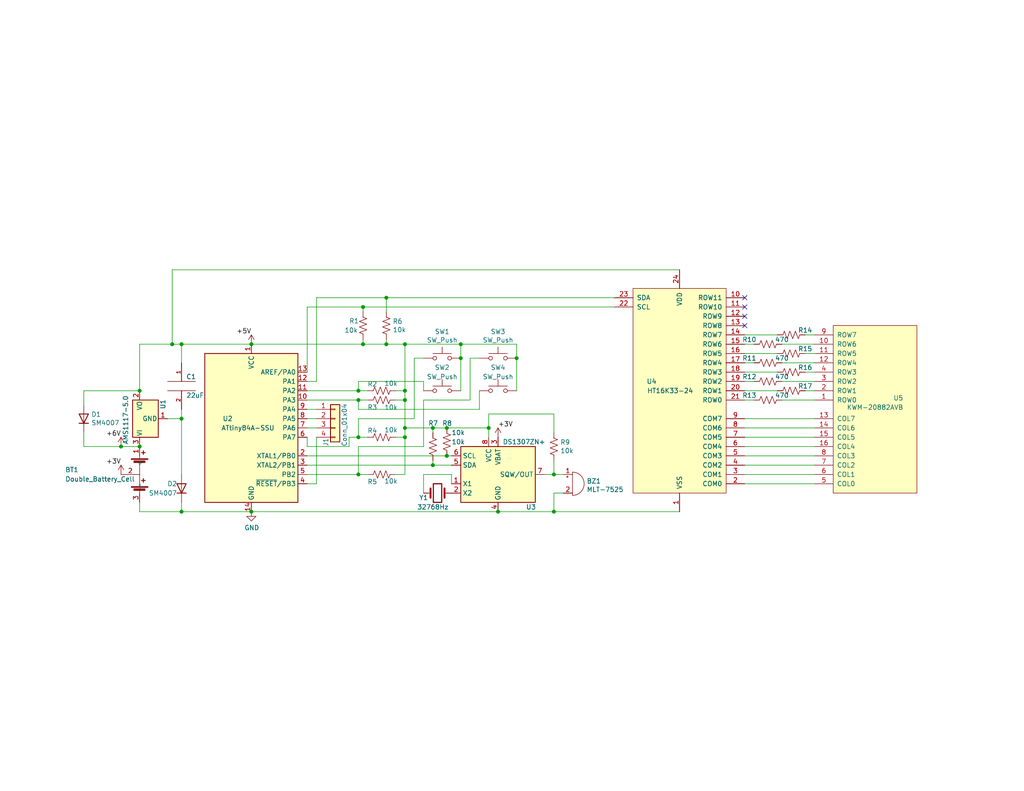
<source format=kicad_sch>
(kicad_sch (version 20211123) (generator eeschema)
  (paper "USLetter")
  (title_block (title "Not-A-Watch") (date "2021-12-26") (rev "1") (comment 1 "Not-A-Watch") (comment 2 "An 8-bit LED smartwatch") (comment 3 "By Thomas Kaldahl"))
  (lib_symbols
    (symbol "Connector_Generic:Conn_01x04" (pin_names (offset 1.016) hide)
      (property "Reference" "J" (at 0 5.08 0))
      (property "Value" "Conn_01x04" (at 0 -7.62 0))
      (symbol "Conn_01x04_1_1"
        (rectangle (start -1.27 -4.953) (end 0 -5.207) (stroke (width 0.1524)))
        (rectangle (start -1.27 -2.413) (end 0 -2.667) (stroke (width 0.1524)))
        (rectangle (start -1.27 0.127) (end 0 -0.127) (stroke (width 0.1524)))
        (rectangle (start -1.27 2.667) (end 0 2.413) (stroke (width 0.1524)))
        (rectangle (start -1.27 3.81) (end 1.27 -6.35) (stroke (width 0.254)) (fill (type background)))
        (pin passive line (at -5.08 2.54 0) (length 3.81) (name "Pin_1") (number "1"))
        (pin passive line (at -5.08 0 0) (length 3.81) (name "Pin_2") (number "2"))
        (pin passive line (at -5.08 -2.54 0) (length 3.81) (name "Pin_3") (number "3"))
        (pin passive line (at -5.08 -5.08 0) (length 3.81) (name "Pin_4") (number "4"))
      )
    )
    (symbol "Device:Buzzer" (pin_names (offset 0.0254) hide)
      (property "Reference" "BZ" (at 3.81 1.27 0))
      (property "Value" "Buzzer" (at 3.81 -1.27 0))
      (symbol "Buzzer_0_1"
        (arc (start 0 -3.175) (mid 3.175 0) (end 0 3.175))
        (polyline (pts (xy -1.651 1.905) (xy -1.143 1.905)))
        (polyline (pts (xy -1.397 2.159) (xy -1.397 1.651)))
        (polyline (pts (xy 0 3.175) (xy 0 -3.175)))
      )
      (symbol "Buzzer_1_1"
        (pin passive line (at -2.54 2.54 0) (length 2.54) (name "-") (number "1"))
        (pin passive line (at -2.54 -2.54 0) (length 2.54) (name "+") (number "2"))
      )
    )
    (symbol "Device:Crystal" (pin_numbers hide) (pin_names (offset 1.016) hide)
      (property "Reference" "Y" (at 0 3.81 0))
      (property "Value" "Crystal" (at 0 -3.81 0))
      (symbol "Crystal_0_1"
        (rectangle (start -1.143 2.54) (end 1.143 -2.54) (stroke (width 0.3048)))
        (polyline (pts (xy -2.54 0) (xy -1.905 0)))
        (polyline (pts (xy -1.905 -1.27) (xy -1.905 1.27)) (stroke (width 0.508)))
        (polyline (pts (xy 1.905 -1.27) (xy 1.905 1.27)) (stroke (width 0.508)))
        (polyline (pts (xy 2.54 0) (xy 1.905 0)))
      )
      (symbol "Crystal_1_1"
        (pin passive line (at -3.81 0 0) (length 1.27) (name "1") (number "1"))
        (pin passive line (at 3.81 0 180) (length 1.27) (name "2") (number "2"))
      )
    )
    (symbol "Device:R_US" (pin_numbers hide) (pin_names (offset 0))
      (property "Reference" "R" (at 2.54 0 90))
      (property "Value" "R_US" (at -2.54 0 90))
      (symbol "R_US_0_1"
        (polyline (pts (xy 0 -2.286) (xy 0 -2.54)))
        (polyline (pts (xy 0 2.286) (xy 0 2.54)))
        (polyline (pts (xy 0 -0.762) (xy 1.016 -1.143) (xy 0 -1.524) (xy -1.016 -1.905) (xy 0 -2.286)))
        (polyline (pts (xy 0 0.762) (xy 1.016 0.381) (xy 0 0) (xy -1.016 -0.381) (xy 0 -0.762)))
        (polyline (pts (xy 0 2.286) (xy 1.016 1.905) (xy 0 1.524) (xy -1.016 1.143) (xy 0 0.762)))
      )
      (symbol "R_US_1_1"
        (pin passive line (at 0 3.81 270) (length 1.27) (name "~") (number "1"))
        (pin passive line (at 0 -3.81 90) (length 1.27) (name "~") (number "2"))
      )
    )
    (symbol "Diode:SM4007" (pin_numbers hide) (pin_names (offset 1.016) hide)
      (property "Reference" "D" (at 0 2.54 0))
      (property "Value" "SM4007" (at 0 -2.54 0))
      (symbol "SM4007_0_1"
        (polyline (pts (xy -1.27 1.27) (xy -1.27 -1.27)) (stroke (width 0.254)))
        (polyline (pts (xy 1.27 0) (xy -1.27 0)))
        (polyline (pts (xy 1.27 1.27) (xy 1.27 -1.27) (xy -1.27 0) (xy 1.27 1.27)) (stroke (width 0.254)))
      )
      (symbol "SM4007_1_1"
        (pin passive line (at -3.81 0 0) (length 2.54) (name "K") (number "1"))
        (pin passive line (at 3.81 0 180) (length 2.54) (name "A") (number "2"))
      )
    )
    (symbol "LED_matrix:Double_Battery_Cell" (pin_names (offset 1.016))
      (property "Reference" "BT" (at 12.7 -1.27 0))
      (property "Value" "Double_Battery_Cell" (at 12.7 1.27 0))
      (symbol "Double_Battery_Cell_0_1"
        (polyline (pts (xy 0 -3.302) (xy 0 -2.54)))
        (polyline (pts (xy 0 2.54) (xy 0 -2.54)))
      )
      (symbol "Double_Battery_Cell_1_1"
        (rectangle (start -2.286 -3.302) (end 2.286 -3.556) (fill (type outline)))
        (rectangle (start -2.286 4.318) (end 2.286 4.064) (fill (type outline)))
        (rectangle (start -1.5748 -3.8862) (end 1.4732 -4.3942) (fill (type outline)))
        (rectangle (start -1.5748 3.7338) (end 1.4732 3.2258) (fill (type outline)))
        (polyline (pts (xy 0 -4.318) (xy 0 -5.08)))
        (polyline (pts (xy 0 3.302) (xy 0 2.54)))
        (polyline (pts (xy 0 4.318) (xy 0 5.08)))
        (polyline (pts (xy 0.508 -1.651) (xy 1.524 -1.651)) (stroke (width 0.254)))
        (polyline (pts (xy 0.508 5.969) (xy 1.524 5.969)) (stroke (width 0.254)))
        (polyline (pts (xy 1.016 -1.143) (xy 1.016 -2.159)) (stroke (width 0.254)))
        (polyline (pts (xy 1.016 6.477) (xy 1.016 5.461)) (stroke (width 0.254)))
        (pin passive line (at 0 7.62 270) (length 2.54) (name "+") (number "1"))
        (pin passive line (at -5.08 0 0) (length 5.08) (name "~") (number "2"))
        (pin passive line (at 0 -7.62 90) (length 2.54) (name "-") (number "3"))
      )
    )
    (symbol "LED_matrix:HT16K33-24" (pin_names (offset 1.016))
      (property "Reference" "U" (at -11.43 29.21 0))
      (property "Value" "HT16K33-24" (at 6.35 29.21 0))
      (symbol "HT16K33-24_0_1"
        (rectangle (start -12.7 -27.94) (end 12.7 27.94) (fill (type background)))
      )
      (symbol "HT16K33-24_1_1"
        (pin power_in line (at 0 -33.02 90) (length 5.08) (name "VSS") (number "1"))
        (pin output line (at 17.78 25.4 180) (length 5.08) (name "ROW11") (number "10"))
        (pin output line (at 17.78 22.86 180) (length 5.08) (name "ROW10") (number "11"))
        (pin output line (at 17.78 20.32 180) (length 5.08) (name "ROW9") (number "12"))
        (pin output line (at 17.78 17.78 180) (length 5.08) (name "ROW8") (number "13"))
        (pin output line (at 17.78 15.24 180) (length 5.08) (name "ROW7") (number "14"))
        (pin output line (at 17.78 12.7 180) (length 5.08) (name "ROW6") (number "15"))
        (pin output line (at 17.78 10.16 180) (length 5.08) (name "ROW5") (number "16"))
        (pin output line (at 17.78 7.62 180) (length 5.08) (name "ROW4") (number "17"))
        (pin output line (at 17.78 5.08 180) (length 5.08) (name "ROW3") (number "18"))
        (pin output line (at 17.78 2.54 180) (length 5.08) (name "ROW2") (number "19"))
        (pin output line (at 17.78 -25.4 180) (length 5.08) (name "COM0") (number "2"))
        (pin output line (at 17.78 0 180) (length 5.08) (name "ROW1") (number "20"))
        (pin output line (at 17.78 -2.54 180) (length 5.08) (name "ROW0") (number "21"))
        (pin bidirectional line (at -17.78 22.86 0) (length 5.08) (name "SCL") (number "22"))
        (pin bidirectional line (at -17.78 25.4 0) (length 5.08) (name "SDA") (number "23"))
        (pin power_in line (at 0 33.02 270) (length 5.08) (name "VDD") (number "24"))
        (pin output line (at 17.78 -22.86 180) (length 5.08) (name "COM1") (number "3"))
        (pin output line (at 17.78 -20.32 180) (length 5.08) (name "COM2") (number "4"))
        (pin output line (at 17.78 -17.78 180) (length 5.08) (name "COM3") (number "5"))
        (pin output line (at 17.78 -15.24 180) (length 5.08) (name "COM4") (number "6"))
        (pin output line (at 17.78 -12.7 180) (length 5.08) (name "COM5") (number "7"))
        (pin output line (at 17.78 -10.16 180) (length 5.08) (name "COM6") (number "8"))
        (pin output line (at 17.78 -7.62 180) (length 5.08) (name "COM7") (number "9"))
      )
    )
    (symbol "LED_matrix:KWM-20882AVB" (pin_names (offset 1.016))
      (property "Reference" "U" (at 0 -12.7 0))
      (property "Value" "KWM-20882AVB" (at 0 35.56 0))
      (symbol "KWM-20882AVB_0_1"
        (rectangle (start -11.43 -11.43) (end 11.43 34.29) (fill (type background)))
      )
      (symbol "KWM-20882AVB_1_1"
        (pin input line (at -16.51 13.97 0) (length 5.08) (name "ROW0") (number "1"))
        (pin input line (at -16.51 29.21 0) (length 5.08) (name "ROW6") (number "10"))
        (pin input line (at -16.51 26.67 0) (length 5.08) (name "ROW5") (number "11"))
        (pin input line (at -16.51 24.13 0) (length 5.08) (name "ROW4") (number "12"))
        (pin input line (at -16.51 8.89 0) (length 5.08) (name "COL7") (number "13"))
        (pin input line (at -16.51 6.35 0) (length 5.08) (name "COL6") (number "14"))
        (pin input line (at -16.51 3.81 0) (length 5.08) (name "COL5") (number "15"))
        (pin input line (at -16.51 1.27 0) (length 5.08) (name "COL4") (number "16"))
        (pin input line (at -16.51 16.51 0) (length 5.08) (name "ROW1") (number "2"))
        (pin input line (at -16.51 19.05 0) (length 5.08) (name "ROW2") (number "3"))
        (pin input line (at -16.51 21.59 0) (length 5.08) (name "ROW3") (number "4"))
        (pin input line (at -16.51 -8.89 0) (length 5.08) (name "COL0") (number "5"))
        (pin input line (at -16.51 -6.35 0) (length 5.08) (name "COL1") (number "6"))
        (pin input line (at -16.51 -3.81 0) (length 5.08) (name "COL2") (number "7"))
        (pin input line (at -16.51 -1.27 0) (length 5.08) (name "COL3") (number "8"))
        (pin input line (at -16.51 31.75 0) (length 5.08) (name "ROW7") (number "9"))
      )
    )
    (symbol "MCU_Microchip_ATtiny:ATtiny84A-SSU"
      (property "Reference" "U" (at -12.7 21.59 0))
      (property "Value" "MCU_Microchip_ATtiny_ATtiny84A-SSU" (at 2.54 -21.59 0))
      (symbol "ATtiny84A-SSU_0_1"
        (rectangle (start -12.7 -20.32) (end 12.7 20.32) (stroke (width 0.254)) (fill (type background)))
      )
      (symbol "ATtiny84A-SSU_1_1"
        (pin power_in line (at 0 22.86 270) (length 2.54) (name "VCC") (number "1"))
        (pin bidirectional line (at 15.24 7.62 180) (length 2.54) (name "PA3") (number "10"))
        (pin bidirectional line (at 15.24 10.16 180) (length 2.54) (name "PA2") (number "11"))
        (pin bidirectional line (at 15.24 12.7 180) (length 2.54) (name "PA1") (number "12"))
        (pin bidirectional line (at 15.24 15.24 180) (length 2.54) (name "AREF/PA0") (number "13"))
        (pin power_in line (at 0 -22.86 90) (length 2.54) (name "GND") (number "14"))
        (pin bidirectional line (at 15.24 -7.62 180) (length 2.54) (name "XTAL1/PB0") (number "2"))
        (pin bidirectional line (at 15.24 -10.16 180) (length 2.54) (name "XTAL2/PB1") (number "3"))
        (pin bidirectional line (at 15.24 -15.24 180) (length 2.54) (name "~{RESET}/PB3") (number "4"))
        (pin bidirectional line (at 15.24 -12.7 180) (length 2.54) (name "PB2") (number "5"))
        (pin bidirectional line (at 15.24 -2.54 180) (length 2.54) (name "PA7") (number "6"))
        (pin bidirectional line (at 15.24 0 180) (length 2.54) (name "PA6") (number "7"))
        (pin bidirectional line (at 15.24 2.54 180) (length 2.54) (name "PA5") (number "8"))
        (pin bidirectional line (at 15.24 5.08 180) (length 2.54) (name "PA4") (number "9"))
      )
    )
    (symbol "Regulator_Linear:AMS1117-5.0" (pin_names (offset 0.254))
      (property "Reference" "U" (at -3.81 3.175 0))
      (property "Value" "AMS1117-5.0" (at 0 3.175 0))
      (symbol "AMS1117-5.0_0_1"
        (rectangle (start -5.08 -5.08) (end 5.08 1.905) (stroke (width 0.254)) (fill (type background)))
      )
      (symbol "AMS1117-5.0_1_1"
        (pin power_in line (at 0 -7.62 90) (length 2.54) (name "GND") (number "1"))
        (pin power_out line (at 7.62 0 180) (length 2.54) (name "VO") (number "2"))
        (pin power_in line (at -7.62 0 0) (length 2.54) (name "VI") (number "3"))
      )
    )
    (symbol "Switch:SW_Push" (pin_numbers hide) (pin_names (offset 1.016) hide)
      (property "Reference" "SW" (at 1.27 2.54 0))
      (property "Value" "SW_Push" (at 0 -1.524 0))
      (symbol "SW_Push_0_1"
        (circle (center -2.032 0) (radius 0.508))
        (polyline (pts (xy 0 1.27) (xy 0 3.048)))
        (polyline (pts (xy 2.54 1.27) (xy -2.54 1.27)))
        (circle (center 2.032 0) (radius 0.508))
        (pin passive line (at -5.08 0 0) (length 2.54) (name "1") (number "1"))
        (pin passive line (at 5.08 0 180) (length 2.54) (name "2") (number "2"))
      )
    )
    (symbol "Timer_RTC:DS1307ZN+"
      (property "Reference" "U" (at -8.89 8.89 0))
      (property "Value" "DS1307ZN+" (at 1.27 8.89 0))
      (symbol "DS1307ZN+_0_1"
        (rectangle (start -10.16 7.62) (end 10.16 -7.62) (stroke (width 0.254)) (fill (type background)))
      )
      (symbol "DS1307ZN+_1_1"
        (pin input line (at -12.7 -2.54 0) (length 2.54) (name "X1") (number "1"))
        (pin input line (at -12.7 -5.08 0) (length 2.54) (name "X2") (number "2"))
        (pin power_in line (at 0 10.16 270) (length 2.54) (name "VBAT") (number "3"))
        (pin power_in line (at 0 -10.16 90) (length 2.54) (name "GND") (number "4"))
        (pin bidirectional line (at -12.7 2.54 0) (length 2.54) (name "SDA") (number "5"))
        (pin input line (at -12.7 5.08 0) (length 2.54) (name "SCL") (number "6"))
        (pin open_collector line (at 12.7 0 180) (length 2.54) (name "SQW/OUT") (number "7"))
        (pin power_in line (at -2.54 10.16 270) (length 2.54) (name "VCC") (number "8"))
      )
    )
    (symbol "power:+3.3V" (power) (pin_names (offset 0))
      (property "Value" "+3.3V" (at 0 3.556 0))
      (symbol "+3.3V_0_1"
        (polyline (pts (xy -0.762 1.27) (xy 0 2.54)))
        (polyline (pts (xy 0 0) (xy 0 2.54)))
        (polyline (pts (xy 0 2.54) (xy 0.762 1.27)))
      )
      (symbol "+3.3V_1_1"
        (pin power_in line (at 0 0 90) (length 0) hide (name "+3V3") (number "1"))
      )
    )
    (symbol "power:+5V" (power) (pin_names (offset 0))
      (property "Value" "+5V" (at 0 3.556 0))
      (symbol "+5V_0_1"
        (polyline (pts (xy -0.762 1.27) (xy 0 2.54)))
        (polyline (pts (xy 0 0) (xy 0 2.54)))
        (polyline (pts (xy 0 2.54) (xy 0.762 1.27)))
      )
      (symbol "+5V_1_1"
        (pin power_in line (at 0 0 90) (length 0) hide (name "+5V") (number "1"))
      )
    )
    (symbol "power:+BATT" (power) (pin_names (offset 0))
      (property "Value" "+BATT" (at 0 3.556 0))
      (symbol "+BATT_0_1"
        (polyline (pts (xy -0.762 1.27) (xy 0 2.54)))
        (polyline (pts (xy 0 0) (xy 0 2.54)))
        (polyline (pts (xy 0 2.54) (xy 0.762 1.27)))
      )
      (symbol "+BATT_1_1"
        (pin power_in line (at 0 0 90) (length 0) hide (name "+BATT") (number "1"))
      )
    )
    (symbol "power:GND" (power) (pin_names (offset 0))
      (property "Value" "GND" (at 0 -3.81 0))
      (symbol "GND_0_1"
        (polyline (pts (xy 0 0) (xy 0 -1.27) (xy 1.27 -1.27) (xy 0 -2.54) (xy -1.27 -1.27) (xy 0 -1.27)))
      )
      (symbol "GND_1_1"
        (pin power_in line (at 0 0 270) (length 0) hide (name "GND") (number "1"))
      )
    )
    (symbol "pspice:C" (pin_names (offset 0.254))
      (property "Reference" "C" (at 2.54 3.81 90))
      (property "Value" "C" (at 2.54 -3.81 90))
      (symbol "C_0_1"
        (polyline (pts (xy -3.81 -1.27) (xy 3.81 -1.27)))
        (polyline (pts (xy -3.81 1.27) (xy 3.81 1.27)))
      )
      (symbol "C_1_1"
        (pin passive line (at 0 6.35 270) (length 5.08) (name "~") (number "1"))
        (pin passive line (at 0 -6.35 90) (length 5.08) (name "~") (number "2"))
      )
    )
  )
  (junction (at 38.1 106.68))
  (junction (at 68.58 93.98))
  (junction (at 97.79 106.68))
  (junction (at 99.06 83.82))
  (junction (at 97.79 109.22))
  (junction (at 97.79 119.38))
  (junction (at 38.1 121.92))
  (junction (at 121.92 124.46))
  (junction (at 46.99 93.98))
  (junction (at 151.13 129.54))
  (junction (at 121.92 116.84))
  (junction (at 110.49 109.22))
  (junction (at 110.49 119.38))
  (junction (at 125.73 93.98))
  (junction (at 118.11 127))
  (junction (at 105.41 93.98))
  (junction (at 49.53 114.3))
  (junction (at 99.06 93.98))
  (junction (at 125.73 97.79))
  (junction (at 110.49 106.68))
  (junction (at 33.02 121.92))
  (junction (at 135.89 139.7))
  (junction (at 110.49 116.84))
  (junction (at 49.53 93.98))
  (junction (at 105.41 81.28))
  (junction (at 118.11 116.84))
  (junction (at 140.97 97.79))
  (junction (at 49.53 139.7))
  (junction (at 110.49 93.98))
  (junction (at 133.35 116.84))
  (junction (at 151.13 139.7))
  (junction (at 97.79 129.54))
  (junction (at 68.58 139.7))
  (no_connect (at 203.2 86.36))
  (no_connect (at 203.2 83.82))
  (no_connect (at 203.2 81.28))
  (no_connect (at 203.2 88.9))
  (wire (pts (xy 97.79 106.68) (xy 100.33 106.68)))
  (wire (pts (xy 222.25 127) (xy 203.2 127)))
  (wire (pts (xy 22.86 118.11) (xy 22.86 121.92)))
  (wire (pts (xy 105.41 93.98) (xy 110.49 93.98)))
  (wire (pts (xy 83.82 121.92) (xy 83.82 119.38)))
  (wire (pts (xy 49.53 93.98) (xy 68.58 93.98)))
  (wire (pts (xy 205.74 109.22) (xy 203.2 109.22)))
  (wire (pts (xy 22.86 106.68) (xy 38.1 106.68)))
  (wire (pts (xy 83.82 129.54) (xy 97.79 129.54)))
  (wire (pts (xy 97.79 119.38) (xy 97.79 114.3)))
  (wire (pts (xy 83.82 114.3) (xy 86.36 114.3)))
  (wire (pts (xy 110.49 116.84) (xy 118.11 116.84)))
  (wire (pts (xy 49.53 111.76) (xy 49.53 114.3)))
  (wire (pts (xy 135.89 139.7) (xy 151.13 139.7)))
  (wire (pts (xy 83.82 127) (xy 118.11 127)))
  (wire (pts (xy 68.58 93.98) (xy 99.06 93.98)))
  (wire (pts (xy 203.2 119.38) (xy 222.25 119.38)))
  (wire (pts (xy 113.03 97.79) (xy 113.03 114.3)))
  (wire (pts (xy 38.1 137.16) (xy 38.1 139.7)))
  (wire (pts (xy 222.25 116.84) (xy 203.2 116.84)))
  (wire (pts (xy 133.35 113.03) (xy 151.13 113.03)))
  (wire (pts (xy 97.79 109.22) (xy 100.33 109.22)))
  (wire (pts (xy 46.99 73.66) (xy 46.99 93.98)))
  (wire (pts (xy 205.74 99.06) (xy 203.2 99.06)))
  (wire (pts (xy 83.82 111.76) (xy 86.36 111.76)))
  (wire (pts (xy 115.57 129.54) (xy 115.57 134.62)))
  (wire (pts (xy 121.92 116.84) (xy 133.35 116.84)))
  (wire (pts (xy 125.73 97.79) (xy 125.73 93.98)))
  (wire (pts (xy 68.58 139.7) (xy 135.89 139.7)))
  (wire (pts (xy 222.25 132.08) (xy 203.2 132.08)))
  (wire (pts (xy 222.25 121.92) (xy 203.2 121.92)))
  (wire (pts (xy 86.36 81.28) (xy 105.41 81.28)))
  (wire (pts (xy 110.49 119.38) (xy 110.49 116.84)))
  (wire (pts (xy 49.53 139.7) (xy 68.58 139.7)))
  (wire (pts (xy 49.53 137.16) (xy 49.53 139.7)))
  (wire (pts (xy 86.36 104.14) (xy 86.36 81.28)))
  (wire (pts (xy 107.95 119.38) (xy 110.49 119.38)))
  (wire (pts (xy 125.73 106.68) (xy 125.73 97.79)))
  (wire (pts (xy 121.92 124.46) (xy 123.19 124.46)))
  (wire (pts (xy 110.49 106.68) (xy 110.49 93.98)))
  (wire (pts (xy 99.06 85.09) (xy 99.06 83.82)))
  (wire (pts (xy 203.2 114.3) (xy 222.25 114.3)))
  (wire (pts (xy 99.06 92.71) (xy 99.06 93.98)))
  (wire (pts (xy 105.41 85.09) (xy 105.41 81.28)))
  (wire (pts (xy 107.95 109.22) (xy 110.49 109.22)))
  (wire (pts (xy 123.19 132.08) (xy 123.19 129.54)))
  (wire (pts (xy 83.82 121.92) (xy 95.25 121.92)))
  (wire (pts (xy 83.82 83.82) (xy 99.06 83.82)))
  (wire (pts (xy 86.36 116.84) (xy 83.82 116.84)))
  (wire (pts (xy 33.02 121.92) (xy 38.1 121.92)))
  (wire (pts (xy 83.82 104.14) (xy 86.36 104.14)))
  (wire (pts (xy 140.97 93.98) (xy 140.97 97.79)))
  (wire (pts (xy 213.36 99.06) (xy 222.25 99.06)))
  (wire (pts (xy 222.25 101.6) (xy 219.71 101.6)))
  (wire (pts (xy 205.74 104.14) (xy 203.2 104.14)))
  (wire (pts (xy 203.2 129.54) (xy 222.25 129.54)))
  (wire (pts (xy 219.71 91.44) (xy 222.25 91.44)))
  (wire (pts (xy 115.57 104.14) (xy 115.57 106.68)))
  (wire (pts (xy 151.13 139.7) (xy 185.42 139.7)))
  (wire (pts (xy 148.59 129.54) (xy 151.13 129.54)))
  (wire (pts (xy 97.79 104.14) (xy 115.57 104.14)))
  (wire (pts (xy 83.82 124.46) (xy 121.92 124.46)))
  (wire (pts (xy 38.1 93.98) (xy 46.99 93.98)))
  (wire (pts (xy 83.82 83.82) (xy 83.82 101.6)))
  (wire (pts (xy 118.11 118.11) (xy 118.11 116.84)))
  (wire (pts (xy 151.13 113.03) (xy 151.13 118.11)))
  (wire (pts (xy 140.97 106.68) (xy 140.97 97.79)))
  (wire (pts (xy 105.41 81.28) (xy 167.64 81.28)))
  (wire (pts (xy 213.36 109.22) (xy 222.25 109.22)))
  (wire (pts (xy 97.79 121.92) (xy 115.57 121.92)))
  (wire (pts (xy 222.25 106.68) (xy 219.71 106.68)))
  (wire (pts (xy 97.79 129.54) (xy 97.79 121.92)))
  (wire (pts (xy 97.79 119.38) (xy 95.25 119.38)))
  (wire (pts (xy 128.27 97.79) (xy 130.81 97.79)))
  (wire (pts (xy 151.13 125.73) (xy 151.13 129.54)))
  (wire (pts (xy 49.53 114.3) (xy 49.53 129.54)))
  (wire (pts (xy 97.79 119.38) (xy 100.33 119.38)))
  (wire (pts (xy 213.36 93.98) (xy 222.25 93.98)))
  (wire (pts (xy 125.73 93.98) (xy 110.49 93.98)))
  (wire (pts (xy 22.86 121.92) (xy 33.02 121.92)))
  (wire (pts (xy 151.13 129.54) (xy 153.67 129.54)))
  (wire (pts (xy 99.06 83.82) (xy 167.64 83.82)))
  (wire (pts (xy 86.36 132.08) (xy 83.82 132.08)))
  (wire (pts (xy 110.49 129.54) (xy 110.49 119.38)))
  (wire (pts (xy 203.2 96.52) (xy 212.09 96.52)))
  (wire (pts (xy 110.49 109.22) (xy 110.49 106.68)))
  (wire (pts (xy 107.95 129.54) (xy 110.49 129.54)))
  (wire (pts (xy 86.36 119.38) (xy 86.36 132.08)))
  (wire (pts (xy 22.86 110.49) (xy 22.86 106.68)))
  (wire (pts (xy 123.19 127) (xy 118.11 127)))
  (wire (pts (xy 46.99 93.98) (xy 49.53 93.98)))
  (wire (pts (xy 203.2 91.44) (xy 212.09 91.44)))
  (wire (pts (xy 38.1 93.98) (xy 38.1 106.68)))
  (wire (pts (xy 205.74 93.98) (xy 203.2 93.98)))
  (wire (pts (xy 95.25 119.38) (xy 95.25 121.92)))
  (wire (pts (xy 118.11 125.73) (xy 118.11 127)))
  (wire (pts (xy 115.57 109.22) (xy 115.57 121.92)))
  (wire (pts (xy 151.13 134.62) (xy 153.67 134.62)))
  (wire (pts (xy 110.49 116.84) (xy 110.49 109.22)))
  (wire (pts (xy 83.82 109.22) (xy 97.79 109.22)))
  (wire (pts (xy 133.35 119.38) (xy 133.35 116.84)))
  (wire (pts (xy 128.27 97.79) (xy 128.27 109.22)))
  (wire (pts (xy 213.36 104.14) (xy 222.25 104.14)))
  (wire (pts (xy 49.53 93.98) (xy 49.53 99.06)))
  (wire (pts (xy 83.82 106.68) (xy 97.79 106.68)))
  (wire (pts (xy 38.1 139.7) (xy 49.53 139.7)))
  (wire (pts (xy 97.79 106.68) (xy 97.79 104.14)))
  (wire (pts (xy 45.72 114.3) (xy 49.53 114.3)))
  (wire (pts (xy 97.79 109.22) (xy 97.79 111.76)))
  (wire (pts (xy 130.81 106.68) (xy 130.81 111.76)))
  (wire (pts (xy 97.79 114.3) (xy 113.03 114.3)))
  (wire (pts (xy 107.95 106.68) (xy 110.49 106.68)))
  (wire (pts (xy 123.19 129.54) (xy 115.57 129.54)))
  (wire (pts (xy 118.11 116.84) (xy 121.92 116.84)))
  (wire (pts (xy 222.25 96.52) (xy 219.71 96.52)))
  (wire (pts (xy 105.41 92.71) (xy 105.41 93.98)))
  (wire (pts (xy 125.73 93.98) (xy 140.97 93.98)))
  (wire (pts (xy 99.06 93.98) (xy 105.41 93.98)))
  (wire (pts (xy 46.99 73.66) (xy 185.42 73.66)))
  (wire (pts (xy 203.2 106.68) (xy 212.09 106.68)))
  (wire (pts (xy 133.35 116.84) (xy 133.35 113.03)))
  (wire (pts (xy 203.2 101.6) (xy 212.09 101.6)))
  (wire (pts (xy 130.81 111.76) (xy 97.79 111.76)))
  (wire (pts (xy 151.13 134.62) (xy 151.13 139.7)))
  (wire (pts (xy 113.03 97.79) (xy 115.57 97.79)))
  (wire (pts (xy 128.27 109.22) (xy 115.57 109.22)))
  (wire (pts (xy 203.2 124.46) (xy 222.25 124.46)))
  (wire (pts (xy 97.79 129.54) (xy 100.33 129.54)))
  (label "+3V" (at 33.02 127 180))
  (label "+3V" (at 135.89 116.84 0))
  (label "+5V" (at 68.58 91.44 180))
  (label "+6V" (at 33.02 119.38 180))
  (symbol (lib_id "Switch:SW_Push") (at 120.65 97.79 0) (unit 1)
    (property "Reference" "SW1" (at 120.65 90.551 0))
    (property "Value" "SW_Push" (at 120.65 92.8624 0))
    (property "Footprint" "Button_Switch_THT:SW_PUSH_6mm" (effects hide))
  )
  (symbol (lib_id "Switch:SW_Push") (at 135.89 97.79 0) (unit 1)
    (property "Reference" "SW3" (at 135.89 90.551 0))
    (property "Value" "SW_Push" (at 135.89 92.8624 0))
    (property "Footprint" "Button_Switch_THT:SW_PUSH_6mm" (effects hide))
  )
  (symbol (lib_id "Switch:SW_Push") (at 120.65 106.68 0) (unit 1)
    (property "Reference" "SW2" (at 120.65 100.33 0))
    (property "Value" "SW_Push" (at 120.65 102.87 0))
    (property "Footprint" "Button_Switch_THT:SW_PUSH_6mm" (effects hide))
  )
  (symbol (lib_id "Switch:SW_Push") (at 135.89 106.68 0) (unit 1)
    (property "Reference" "SW4" (at 135.89 100.33 0))
    (property "Value" "SW_Push" (at 135.89 102.87 0))
    (property "Footprint" "Button_Switch_THT:SW_PUSH_6mm" (effects hide))
  )
  (symbol (lib_id "Device:Crystal") (at 119.38 134.62 0) (unit 1)
    (property "Reference" "Y1" (at 115.57 135.89 0))
    (property "Value" "32768Hz" (at 118.11 138.43 0))
    (property "Footprint" "Crystal:Crystal_Round_D2.0mm_Vertical" (effects hide))
  )
  (symbol (lib_id "Device:Buzzer") (at 156.21 132.08 0) (unit 1)
    (property "Reference" "BZ1" (at 160.0708 131.3434 0) (effects (justify left)))
    (property "Value" "MLT-7525" (at 160.0708 133.6548 0) (effects (justify left)))
    (property "Footprint" "LED_matrix:MLT-7525" (effects hide))
  )
  (symbol (lib_id "LED_matrix:KWM-20882AVB") (at 238.76 123.19 0) (unit 1)
    (property "Reference" "U5" (at 245.11 107.95 0) (effects (justify top)))
    (property "Value" "KWM-20882AVB" (at 238.76 110.49 0) (effects (justify top)))
    (property "Footprint" "LED_matrix:KVM-20882AVB" (effects hide))
  )
  (symbol (lib_id "LED_matrix:HT16K33-24") (at 185.42 106.68 0) (unit 1)
    (property "Reference" "U4" (at 177.8 104.14 0))
    (property "Value" "HT16K33-24" (at 182.88 106.68 0))
    (property "Footprint" "Package_SO:SOIC-24W_7.5x15.4mm_P1.27mm" (effects hide))
  )
  (symbol (lib_id "MCU_Microchip_ATtiny:ATtiny84A-SSU") (at 68.58 116.84 0) (unit 1)
    (property "Reference" "U2" (at 63.5 114.3 0) (effects (justify right)))
    (property "Value" "ATtiny84A-SSU" (at 74.93 116.84 0) (effects (justify right)))
    (property "Footprint" "Package_SO:SOIC-14_3.9x8.7mm_P1.27mm" (effects hide))
    (property "Datasheet" "http://ww1.microchip.com/downloads/en/DeviceDoc/doc8183.pdf" (effects hide))
  )
  (symbol (lib_id "Device:R_US") (at 215.9 91.44 270) (unit 1)
    (property "Reference" "R14" (at 219.71 90.17 90))
    (property "Value" "470" (at 213.36 92.71 90))
    (property "Footprint" "Resistor_SMD:R_0603_1608Metric" (effects hide))
  )
  (symbol (lib_id "Device:R_US") (at 209.55 93.98 270) (unit 1)
    (property "Reference" "R10" (at 204.47 92.71 90))
    (property "Value" "470" (effects hide))
    (property "Footprint" "Resistor_SMD:R_0603_1608Metric" (effects hide))
  )
  (symbol (lib_id "Device:R_US") (at 215.9 96.52 270) (unit 1)
    (property "Reference" "R15" (at 219.71 95.25 90))
    (property "Value" "470" (at 213.36 97.79 90))
    (property "Footprint" "Resistor_SMD:R_0603_1608Metric" (effects hide))
  )
  (symbol (lib_id "Device:R_US") (at 209.55 99.06 270) (unit 1)
    (property "Reference" "R11" (at 204.47 97.79 90))
    (property "Value" "470" (effects hide))
    (property "Footprint" "Resistor_SMD:R_0603_1608Metric" (effects hide))
  )
  (symbol (lib_id "Device:R_US") (at 215.9 101.6 270) (unit 1)
    (property "Reference" "R16" (at 219.71 100.33 90))
    (property "Value" "470" (at 213.36 102.87 90))
    (property "Footprint" "Resistor_SMD:R_0603_1608Metric" (effects hide))
  )
  (symbol (lib_id "Device:R_US") (at 209.55 104.14 270) (unit 1)
    (property "Reference" "R12" (at 204.47 102.87 90))
    (property "Value" "470" (effects hide))
    (property "Footprint" "Resistor_SMD:R_0603_1608Metric" (effects hide))
  )
  (symbol (lib_id "Device:R_US") (at 215.9 106.68 270) (unit 1)
    (property "Reference" "R17" (at 219.71 105.41 90))
    (property "Value" "470" (at 213.36 107.95 90))
    (property "Footprint" "Resistor_SMD:R_0603_1608Metric" (effects hide))
  )
  (symbol (lib_id "Device:R_US") (at 209.55 109.22 270) (unit 1)
    (property "Reference" "R13" (at 204.47 107.95 90))
    (property "Value" "470" (effects hide))
    (property "Footprint" "Resistor_SMD:R_0603_1608Metric" (effects hide))
  )
  (symbol (lib_id "power:GND") (at 68.58 139.7 0) (unit 1)
    (property "Reference" "#PWR03" (effects hide))
    (property "Value" "GND" (at 68.707 144.0942 0))
  )
  (symbol (lib_id "Regulator_Linear:AMS1117-5.0") (at 38.1 114.3 90) (unit 1)
    (property "Reference" "U1" (at 44.45 111.76 0) (effects (justify left)))
    (property "Value" "AMS1117-5.0" (at 34.29 107.95 0) (effects (justify right)))
    (property "Footprint" "Package_TO_SOT_SMD:SOT-223-3_TabPin2" (effects hide))
    (property "Datasheet" "http://www.advanced-monolithic.com/pdf/ds1117.pdf" (effects hide))
  )
  (symbol (lib_id "Diode:SM4007") (at 49.53 133.35 90) (unit 1)
    (property "Reference" "D2" (at 46.99 132.08 90))
    (property "Value" "SM4007" (at 44.45 134.62 90))
    (property "Footprint" "Diode_SMD:D_MELF" (effects hide))
    (property "Datasheet" "http://cdn-reichelt.de/documents/datenblatt/A400/SMD1N400%23DIO.pdf" (effects hide))
  )
  (symbol (lib_id "pspice:C") (at 49.53 105.41 0) (unit 1)
    (property "Reference" "C1" (at 50.8 102.87 0) (effects (justify left)))
    (property "Value" "22uF" (at 50.8 107.95 0) (effects (justify left)))
    (property "Footprint" "Capacitor_SMD:C_1206_3216Metric" (effects hide))
  )
  (symbol (lib_id "Device:R_US") (at 104.14 106.68 270) (unit 1)
    (property "Reference" "R2" (at 101.6 104.14 90) (effects (justify top)))
    (property "Value" "10k" (at 106.68 105.41 90) (effects (justify bottom)))
    (property "Footprint" "Resistor_SMD:R_0603_1608Metric" (effects hide))
  )
  (symbol (lib_id "Device:R_US") (at 104.14 109.22 270) (unit 1)
    (property "Reference" "R3" (at 101.6 110.49 90) (effects (justify top)))
    (property "Value" "10k" (at 106.68 110.49 90) (effects (justify top)))
    (property "Footprint" "Resistor_SMD:R_0603_1608Metric" (effects hide))
  )
  (symbol (lib_id "Device:R_US") (at 104.14 119.38 270) (unit 1)
    (property "Reference" "R4" (at 101.6 116.84 90) (effects (justify top)))
    (property "Value" "10k" (at 106.68 118.11 90) (effects (justify bottom)))
    (property "Footprint" "Resistor_SMD:R_0603_1608Metric" (effects hide))
  )
  (symbol (lib_id "Device:R_US") (at 104.14 129.54 270) (unit 1)
    (property "Reference" "R5" (at 101.6 130.81 90) (effects (justify top)))
    (property "Value" "10k" (at 106.68 132.08 90) (effects (justify bottom)))
    (property "Footprint" "Resistor_SMD:R_0603_1608Metric" (effects hide))
  )
  (symbol (lib_id "power:+3.3V") (at 135.89 119.38 0) (unit 1)
    (property "Reference" "#PWR04" (effects hide))
    (property "Value" "+3.3V" (effects hide))
  )
  (symbol (lib_id "power:+5V") (at 68.58 93.98 0) (unit 1)
    (property "Reference" "#PWR02" (effects hide))
    (property "Value" "+5V" (effects hide))
  )
  (symbol (lib_id "Diode:SM4007") (at 22.86 114.3 90) (unit 1)
    (property "Reference" "D1" (at 24.892 113.1316 90) (effects (justify right)))
    (property "Value" "SM4007" (at 24.892 115.443 90) (effects (justify right)))
    (property "Footprint" "Diode_SMD:D_MELF" (effects hide))
    (property "Datasheet" "http://cdn-reichelt.de/documents/datenblatt/A400/SMD1N400%23DIO.pdf" (effects hide))
  )
  (symbol (lib_id "Timer_RTC:DS1307ZN+") (at 135.89 129.54 0) (unit 1)
    (property "Reference" "U3" (at 143.51 138.43 0) (effects (justify left)))
    (property "Value" "DS1307ZN+" (at 137.16 120.65 0) (effects (justify left)))
    (property "Footprint" "Package_SO:SOIC-8_3.9x4.9mm_P1.27mm" (effects hide))
    (property "Datasheet" "https://datasheets.maximintegrated.com/en/ds/DS1307.pdf" (effects hide))
  )
  (symbol (lib_id "power:+3.3V") (at 33.02 129.54 0) (unit 1)
    (property "Reference" "#PWR01" (effects hide))
    (property "Value" "+3.3V" (effects hide))
  )
  (symbol (lib_id "Device:R_US") (at 151.13 121.92 0) (unit 1)
    (property "Reference" "R9" (at 152.8572 120.7516 0) (effects (justify left)))
    (property "Value" "10k" (at 152.8572 123.063 0) (effects (justify left)))
    (property "Footprint" "Resistor_SMD:R_0603_1608Metric" (effects hide))
  )
  (symbol (lib_id "Device:R_US") (at 118.11 121.92 0) (unit 1)
    (property "Reference" "R7" (at 116.84 115.57 0) (effects (justify left)))
    (property "Value" "10k" (at 123.19 118.11 0) (effects (justify left)))
    (property "Footprint" "Resistor_SMD:R_0603_1608Metric" (effects hide))
  )
  (symbol (lib_id "Device:R_US") (at 121.92 120.65 0) (unit 1)
    (property "Reference" "R8" (at 120.65 115.57 0) (effects (justify left)))
    (property "Value" "10k" (at 123.19 120.65 0) (effects (justify left)))
    (property "Footprint" "Resistor_SMD:R_0603_1608Metric" (effects hide))
  )
  (symbol (lib_id "Device:R_US") (at 99.06 88.9 0) (unit 1)
    (property "Reference" "R1" (at 95.25 87.63 0) (effects (justify left)))
    (property "Value" "10k" (at 93.98 90.17 0) (effects (justify left)))
    (property "Footprint" "Resistor_SMD:R_0603_1608Metric" (effects hide))
  )
  (symbol (lib_id "Device:R_US") (at 105.41 88.9 0) (unit 1)
    (property "Reference" "R6" (at 107.1372 87.7316 0) (effects (justify left)))
    (property "Value" "10k" (at 107.1372 90.043 0) (effects (justify left)))
    (property "Footprint" "Resistor_SMD:R_0603_1608Metric" (effects hide))
  )
  (symbol (lib_id "power:+BATT") (at 33.02 121.92 0) (unit 1)
    (property "Reference" "#PWR0101" (effects hide))
    (property "Value" "+BATT" (effects hide))
  )
  (symbol (lib_id "LED_matrix:Double_Battery_Cell") (at 38.1 129.54 0) (unit 1)
    (property "Reference" "BT1" (at 17.78 128.27 0) (effects (justify left)))
    (property "Value" "Double_Battery_Cell" (at 17.78 130.81 0) (effects (justify left)))
    (property "Footprint" "Connector_PinHeader_2.54mm:PinHeader_1x03_P2.54mm_Vertical" (effects hide))
  )
  (symbol (lib_id "Connector_Generic:Conn_01x04") (at 91.44 114.3 0) (unit 1)
    (property "Reference" "J1" (at 88.9 121.92 90) (effects (justify left)))
    (property "Value" "Conn_01x04" (at 93.98 121.92 90) (effects (justify left)))
    (property "Footprint" "Connector_PinHeader_2.54mm:PinHeader_1x04_P2.54mm_Vertical" (effects hide))
  )
)
</source>
